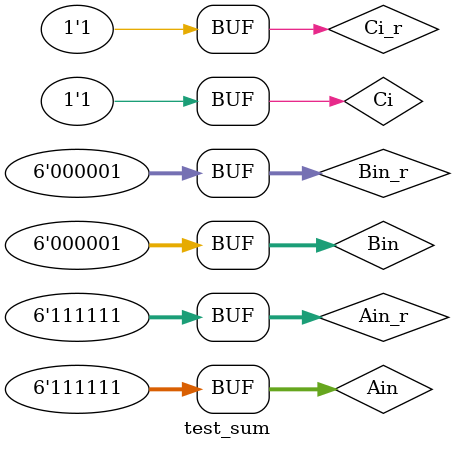
<source format=v>
module test_sum;
wire [5:0] Ain, Bin;
wire [5:0] res_my, res_ref;
reg [5:0] Ain_r, Bin_r;
reg Ci_r;
wire Ci, cm, cr;

my_sum my_block (Ain, Bin, Ci, res_my, cm);
ref_sum ref_block (Ain, Bin, Ci, res_ref, cr);

initial begin
    $display("\t\tTime Ain Bin Ci res_my cm res_ref cr");
    $monitor($time, "\t", Ain, "\t", Bin, "\t", Ci, "\t", res_my, "\t", cm, "\t", res_ref, "\t", cr);
   // #400 $finish;
end

initial begin
    Ain_r = 6'd1;
    #50 Ain_r = 6'd5;
    #50 Ain_r = 6'd15;
    #50 Ain_r = 6'd20;
    #50 Ain_r = 6'd31;
    #50 Ain_r = 6'd45;
    #50 Ain_r = 6'd55;
    #50 Ain_r = 6'd63;
end

initial begin
    Bin_r = 6'd2;
    #100 Bin_r = 6'd10;
    #100 Bin_r = 6'd32;
    #100 Bin_r = 6'd1;
end

initial begin
    Ci_r = 1'b0;
    #200 Ci_r = 1'b1;
end

assign Ain = Ain_r;
assign Bin = Bin_r;
assign Ci = Ci_r;

endmodule
</source>
